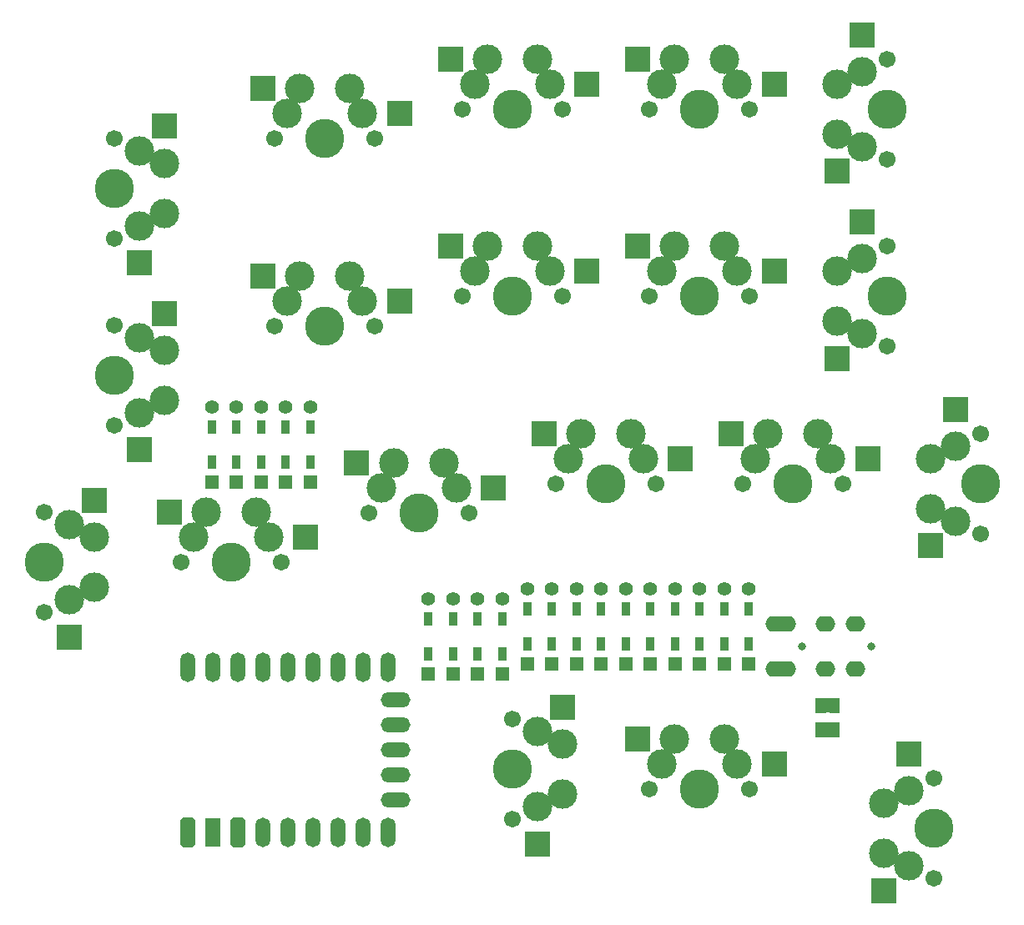
<source format=gbr>
%TF.GenerationSoftware,KiCad,Pcbnew,9.0.4*%
%TF.CreationDate,2025-11-12T08:08:54+09:00*%
%TF.ProjectId,modubu,6d6f6475-6275-42e6-9b69-6361645f7063,rev?*%
%TF.SameCoordinates,Original*%
%TF.FileFunction,Soldermask,Top*%
%TF.FilePolarity,Negative*%
%FSLAX46Y46*%
G04 Gerber Fmt 4.6, Leading zero omitted, Abs format (unit mm)*
G04 Created by KiCad (PCBNEW 9.0.4) date 2025-11-12 08:08:54*
%MOMM*%
%LPD*%
G01*
G04 APERTURE LIST*
G04 Aperture macros list*
%AMOutline5P*
0 Free polygon, 5 corners , with rotation*
0 The origin of the aperture is its center*
0 number of corners: always 5*
0 $1 to $10 corner X, Y*
0 $11 Rotation angle, in degrees counterclockwise*
0 create outline with 5 corners*
4,1,5,$1,$2,$3,$4,$5,$6,$7,$8,$9,$10,$1,$2,$11*%
%AMOutline6P*
0 Free polygon, 6 corners , with rotation*
0 The origin of the aperture is its center*
0 number of corners: always 6*
0 $1 to $12 corner X, Y*
0 $13 Rotation angle, in degrees counterclockwise*
0 create outline with 6 corners*
4,1,6,$1,$2,$3,$4,$5,$6,$7,$8,$9,$10,$11,$12,$1,$2,$13*%
%AMOutline7P*
0 Free polygon, 7 corners , with rotation*
0 The origin of the aperture is its center*
0 number of corners: always 7*
0 $1 to $14 corner X, Y*
0 $15 Rotation angle, in degrees counterclockwise*
0 create outline with 7 corners*
4,1,7,$1,$2,$3,$4,$5,$6,$7,$8,$9,$10,$11,$12,$13,$14,$1,$2,$15*%
%AMOutline8P*
0 Free polygon, 8 corners , with rotation*
0 The origin of the aperture is its center*
0 number of corners: always 8*
0 $1 to $16 corner X, Y*
0 $17 Rotation angle, in degrees counterclockwise*
0 create outline with 8 corners*
4,1,8,$1,$2,$3,$4,$5,$6,$7,$8,$9,$10,$11,$12,$13,$14,$15,$16,$1,$2,$17*%
%AMFreePoly0*
4,1,6,1.000000,0.000000,0.500000,-0.750000,-0.500000,-0.750000,-0.500000,0.750000,0.500000,0.750000,1.000000,0.000000,1.000000,0.000000,$1*%
%AMFreePoly1*
4,1,6,0.500000,-0.750000,-0.650000,-0.750000,-0.150000,0.000000,-0.650000,0.750000,0.500000,0.750000,0.500000,-0.750000,0.500000,-0.750000,$1*%
G04 Aperture macros list end*
%ADD10R,1.397000X1.397000*%
%ADD11R,0.940000X1.400000*%
%ADD12C,1.397000*%
%ADD13C,1.701800*%
%ADD14C,3.000000*%
%ADD15C,3.987800*%
%ADD16R,2.500000X2.550000*%
%ADD17R,2.550000X2.500000*%
%ADD18O,1.500000X3.000000*%
%ADD19O,3.000000X1.500000*%
%ADD20Outline8P,-1.500000X0.450000X-1.200000X0.750000X1.200000X0.750000X1.500000X0.450000X1.500000X-0.450000X1.200000X-0.750000X-1.200000X-0.750000X-1.500000X-0.450000X90.000000*%
%ADD21R,1.500000X3.000000*%
%ADD22FreePoly0,0.000000*%
%ADD23FreePoly1,0.000000*%
%ADD24FreePoly0,180.000000*%
%ADD25FreePoly1,180.000000*%
%ADD26C,0.800000*%
%ADD27O,2.000000X1.600000*%
G04 APERTURE END LIST*
%TO.C,JP4*%
G36*
X121275000Y-124250000D02*
G01*
X123725000Y-124250000D01*
X123725000Y-125750000D01*
X121275000Y-125750000D01*
X121275000Y-124250000D01*
G37*
%TO.C,JP2*%
G36*
X123725000Y-123250000D02*
G01*
X121275000Y-123250000D01*
X121275000Y-121750000D01*
X123725000Y-121750000D01*
X123725000Y-123250000D01*
G37*
%TD*%
D10*
%TO.C,D8*%
X97000000Y-118309999D03*
D11*
X97000001Y-116274999D03*
X96999999Y-112725001D03*
D12*
X97000000Y-110690001D03*
%TD*%
D10*
%TO.C,D14*%
X112000000Y-118309998D03*
D11*
X112000001Y-116274998D03*
X111999999Y-112725000D03*
D12*
X112000000Y-110690000D03*
%TD*%
D13*
%TO.C,SW19*%
X43000000Y-102920000D03*
D14*
X45540000Y-104190000D03*
X48080000Y-105460000D03*
D15*
X43000000Y-108000000D03*
D14*
X48080000Y-110540000D03*
X45540000Y-111810000D03*
D13*
X43000000Y-113080000D03*
D16*
X48080000Y-101710000D03*
X45540000Y-115560000D03*
%TD*%
D13*
%TO.C,SW1*%
X50125000Y-64920000D03*
D14*
X52665000Y-66190000D03*
X55205000Y-67460000D03*
D15*
X50125000Y-70000000D03*
D14*
X55205000Y-72540000D03*
X52665000Y-73810000D03*
D13*
X50125000Y-75080000D03*
D16*
X55205000Y-63710000D03*
X52665000Y-77560000D03*
%TD*%
D10*
%TO.C,D16*%
X84500000Y-119310001D03*
D11*
X84500001Y-117275001D03*
X84499999Y-113725003D03*
D12*
X84500000Y-111690003D03*
%TD*%
D13*
%TO.C,SW18*%
X133250000Y-140080000D03*
D14*
X130710000Y-138810000D03*
X128170000Y-137540000D03*
D15*
X133250000Y-135000000D03*
D14*
X128170000Y-132460000D03*
X130710000Y-131190000D03*
D13*
X133250000Y-129920000D03*
D16*
X128170000Y-141290000D03*
X130710000Y-127440000D03*
%TD*%
D10*
%TO.C,D9*%
X99500000Y-118309998D03*
D11*
X99500001Y-116274998D03*
X99499999Y-112725000D03*
D12*
X99500000Y-110690000D03*
%TD*%
D10*
%TO.C,D3*%
X65000000Y-99809999D03*
D11*
X65000001Y-97774999D03*
X64999999Y-94225001D03*
D12*
X65000000Y-92190001D03*
%TD*%
D13*
%TO.C,SW8*%
X85420000Y-81000000D03*
D14*
X86690000Y-78460000D03*
X87960000Y-75920000D03*
D15*
X90500000Y-81000000D03*
D14*
X93040000Y-75920000D03*
X94310000Y-78460000D03*
D13*
X95580000Y-81000000D03*
D17*
X84210000Y-75920000D03*
X98060000Y-78460000D03*
%TD*%
D18*
%TO.C,U1*%
X57590000Y-118630000D03*
X60130000Y-118630000D03*
X62670000Y-118630000D03*
X65209999Y-118630000D03*
X67750000Y-118630000D03*
X70290000Y-118630001D03*
X72830000Y-118630000D03*
X75370000Y-118630000D03*
X77909999Y-118630000D03*
D19*
X78659999Y-121919999D03*
X78660000Y-124460000D03*
X78660001Y-127000001D03*
X78660000Y-129540000D03*
X78659999Y-132080000D03*
D18*
X77910000Y-135370000D03*
X75370000Y-135370000D03*
X72830000Y-135370000D03*
X70290001Y-135370000D03*
X67750000Y-135370000D03*
X65210000Y-135369999D03*
D20*
X62670000Y-135370000D03*
D21*
X60130000Y-135370000D03*
D20*
X57590001Y-135370000D03*
%TD*%
D22*
%TO.C,JP4*%
X121775000Y-125000000D03*
D23*
X123225000Y-125000000D03*
%TD*%
D10*
%TO.C,D1*%
X60000000Y-99809999D03*
D11*
X60000001Y-97774999D03*
X59999999Y-94225001D03*
D12*
X60000000Y-92190001D03*
%TD*%
D10*
%TO.C,D6*%
X92000000Y-118309999D03*
D11*
X92000001Y-116274999D03*
X91999999Y-112725001D03*
D12*
X92000000Y-110690001D03*
%TD*%
D10*
%TO.C,D11*%
X104500000Y-118309999D03*
D11*
X104500001Y-116274999D03*
X104499999Y-112725001D03*
D12*
X104500000Y-110690001D03*
%TD*%
D13*
%TO.C,SW12*%
X75920000Y-103000000D03*
D14*
X77190000Y-100460000D03*
X78460000Y-97920000D03*
D15*
X81000000Y-103000000D03*
D14*
X83540000Y-97920000D03*
X84810000Y-100460000D03*
D13*
X86080000Y-103000000D03*
D17*
X74710000Y-97920000D03*
X88560000Y-100460000D03*
%TD*%
D10*
%TO.C,D15*%
X114500000Y-118309999D03*
D11*
X114500001Y-116274999D03*
X114499999Y-112725001D03*
D12*
X114500000Y-110690001D03*
%TD*%
D13*
%TO.C,SW13*%
X94920000Y-100000000D03*
D14*
X96190000Y-97460000D03*
X97460000Y-94920000D03*
D15*
X100000000Y-100000000D03*
D14*
X102540000Y-94920000D03*
X103810000Y-97460000D03*
D13*
X105080000Y-100000000D03*
D17*
X93710000Y-94920000D03*
X107560000Y-97460000D03*
%TD*%
D13*
%TO.C,SW6*%
X50125000Y-83920000D03*
D14*
X52665000Y-85190000D03*
X55205000Y-86460000D03*
D15*
X50125000Y-89000000D03*
D14*
X55205000Y-91540000D03*
X52665000Y-92810000D03*
D13*
X50125000Y-94080000D03*
D16*
X55205000Y-82710000D03*
X52665000Y-96560000D03*
%TD*%
D10*
%TO.C,D12*%
X107000000Y-118310000D03*
D11*
X107000001Y-116275000D03*
X106999999Y-112725002D03*
D12*
X107000000Y-110690002D03*
%TD*%
D13*
%TO.C,SW10*%
X128500000Y-86080000D03*
D14*
X125960000Y-84810000D03*
X123420000Y-83540000D03*
D15*
X128500000Y-81000000D03*
D14*
X123420000Y-78460000D03*
X125960000Y-77190000D03*
D13*
X128500000Y-75920000D03*
D16*
X123420000Y-87290000D03*
X125960000Y-73440000D03*
%TD*%
D10*
%TO.C,D2*%
X62500000Y-99810000D03*
D11*
X62500001Y-97775000D03*
X62499999Y-94225002D03*
D12*
X62500000Y-92190002D03*
%TD*%
D13*
%TO.C,SW16*%
X90500000Y-123920000D03*
D14*
X93040000Y-125190000D03*
X95580000Y-126460000D03*
D15*
X90500000Y-129000000D03*
D14*
X95580000Y-131540000D03*
X93040000Y-132810000D03*
D13*
X90500000Y-134080000D03*
D16*
X95580000Y-122710000D03*
X93040000Y-136560000D03*
%TD*%
D13*
%TO.C,SW9*%
X104420000Y-81000000D03*
D14*
X105690000Y-78460000D03*
X106960000Y-75920000D03*
D15*
X109500000Y-81000000D03*
D14*
X112040000Y-75920000D03*
X113310000Y-78460000D03*
D13*
X114580000Y-81000000D03*
D17*
X103210000Y-75920000D03*
X117060000Y-78460000D03*
%TD*%
D10*
%TO.C,D13*%
X109500000Y-118309999D03*
D11*
X109500001Y-116274999D03*
X109499999Y-112725001D03*
D12*
X109500000Y-110690001D03*
%TD*%
D10*
%TO.C,D10*%
X102000000Y-118309999D03*
D11*
X102000001Y-116274999D03*
X101999999Y-112725001D03*
D12*
X102000000Y-110690001D03*
%TD*%
D10*
%TO.C,D7*%
X94500000Y-118310000D03*
D11*
X94500001Y-116275000D03*
X94499999Y-112725002D03*
D12*
X94500000Y-110690002D03*
%TD*%
D10*
%TO.C,D4*%
X67500000Y-99809998D03*
D11*
X67500001Y-97774998D03*
X67499999Y-94225000D03*
D12*
X67500000Y-92190000D03*
%TD*%
D13*
%TO.C,SW2*%
X66420000Y-65000000D03*
D14*
X67690000Y-62460000D03*
X68960000Y-59920000D03*
D15*
X71500000Y-65000000D03*
D14*
X74040000Y-59920000D03*
X75310000Y-62460000D03*
D13*
X76580000Y-65000000D03*
D17*
X65210000Y-59920000D03*
X79060000Y-62460000D03*
%TD*%
D10*
%TO.C,D17*%
X87000000Y-119310000D03*
D11*
X87000001Y-117275000D03*
X86999999Y-113725002D03*
D12*
X87000000Y-111690002D03*
%TD*%
D13*
%TO.C,SW5*%
X128500000Y-67080000D03*
D14*
X125960000Y-65810000D03*
X123420000Y-64540000D03*
D15*
X128500000Y-62000000D03*
D14*
X123420000Y-59460000D03*
X125960000Y-58190000D03*
D13*
X128500000Y-56920000D03*
D16*
X123420000Y-68290000D03*
X125960000Y-54440000D03*
%TD*%
D13*
%TO.C,SW4*%
X104420000Y-62000000D03*
D14*
X105690000Y-59460000D03*
X106960000Y-56920000D03*
D15*
X109500000Y-62000000D03*
D14*
X112040000Y-56920000D03*
X113310000Y-59460000D03*
D13*
X114580000Y-62000000D03*
D17*
X103210000Y-56920000D03*
X117060000Y-59460000D03*
%TD*%
D10*
%TO.C,D19*%
X82000000Y-119310000D03*
D11*
X82000001Y-117275000D03*
X81999999Y-113725002D03*
D12*
X82000000Y-111690002D03*
%TD*%
D13*
%TO.C,SW15*%
X138000000Y-105080000D03*
D14*
X135460000Y-103810000D03*
X132920000Y-102540000D03*
D15*
X138000000Y-100000000D03*
D14*
X132920000Y-97460000D03*
X135460000Y-96190000D03*
D13*
X138000000Y-94920000D03*
D16*
X132920000Y-106290000D03*
X135460000Y-92440000D03*
%TD*%
D13*
%TO.C,SW14*%
X113920000Y-100000000D03*
D14*
X115190000Y-97460000D03*
X116460000Y-94920000D03*
D15*
X119000000Y-100000000D03*
D14*
X121540000Y-94920000D03*
X122810000Y-97460000D03*
D13*
X124080000Y-100000000D03*
D17*
X112710000Y-94920000D03*
X126560000Y-97460000D03*
%TD*%
D24*
%TO.C,JP2*%
X123225000Y-122500000D03*
D25*
X121775000Y-122500000D03*
%TD*%
D13*
%TO.C,SW3*%
X85420000Y-62000000D03*
D14*
X86690000Y-59460000D03*
X87960000Y-56920000D03*
D15*
X90500000Y-62000000D03*
D14*
X93040000Y-56920000D03*
X94310000Y-59460000D03*
D13*
X95580000Y-62000000D03*
D17*
X84210000Y-56920000D03*
X98060000Y-59460000D03*
%TD*%
D13*
%TO.C,SW17*%
X104420000Y-131000000D03*
D14*
X105690000Y-128460000D03*
X106960000Y-125920000D03*
D15*
X109500000Y-131000000D03*
D14*
X112040000Y-125920000D03*
X113310000Y-128460000D03*
D13*
X114580000Y-131000000D03*
D17*
X103210000Y-125920000D03*
X117060000Y-128460000D03*
%TD*%
D13*
%TO.C,SW11*%
X56920000Y-108000000D03*
D14*
X58190000Y-105460000D03*
X59460000Y-102920000D03*
D15*
X62000000Y-108000000D03*
D14*
X64540000Y-102920000D03*
X65810000Y-105460000D03*
D13*
X67080000Y-108000000D03*
D17*
X55710000Y-102920000D03*
X69560000Y-105460000D03*
%TD*%
D10*
%TO.C,D18*%
X89500000Y-119309999D03*
D11*
X89500001Y-117274999D03*
X89499999Y-113725001D03*
D12*
X89500000Y-111690001D03*
%TD*%
D26*
%TO.C,J1*%
X126900001Y-116499997D03*
X119900000Y-116500000D03*
D27*
X122300001Y-118800001D03*
X125299999Y-118799999D03*
X117199998Y-114200001D03*
X118300000Y-118800003D03*
%TD*%
D10*
%TO.C,D5*%
X70000000Y-99809999D03*
D11*
X70000001Y-97774999D03*
X69999999Y-94225001D03*
D12*
X70000000Y-92190001D03*
%TD*%
D13*
%TO.C,SW7*%
X66420000Y-84000000D03*
D14*
X67690000Y-81460000D03*
X68960000Y-78920000D03*
D15*
X71500000Y-84000000D03*
D14*
X74040000Y-78920000D03*
X75310000Y-81460000D03*
D13*
X76580000Y-84000000D03*
D17*
X65210000Y-78920000D03*
X79060000Y-81460000D03*
%TD*%
D26*
%TO.C,J2*%
X126900003Y-116500002D03*
X119900000Y-116500000D03*
D27*
X122300001Y-114199999D03*
X125299999Y-114200001D03*
X117199999Y-118800001D03*
X118300000Y-114199997D03*
%TD*%
M02*

</source>
